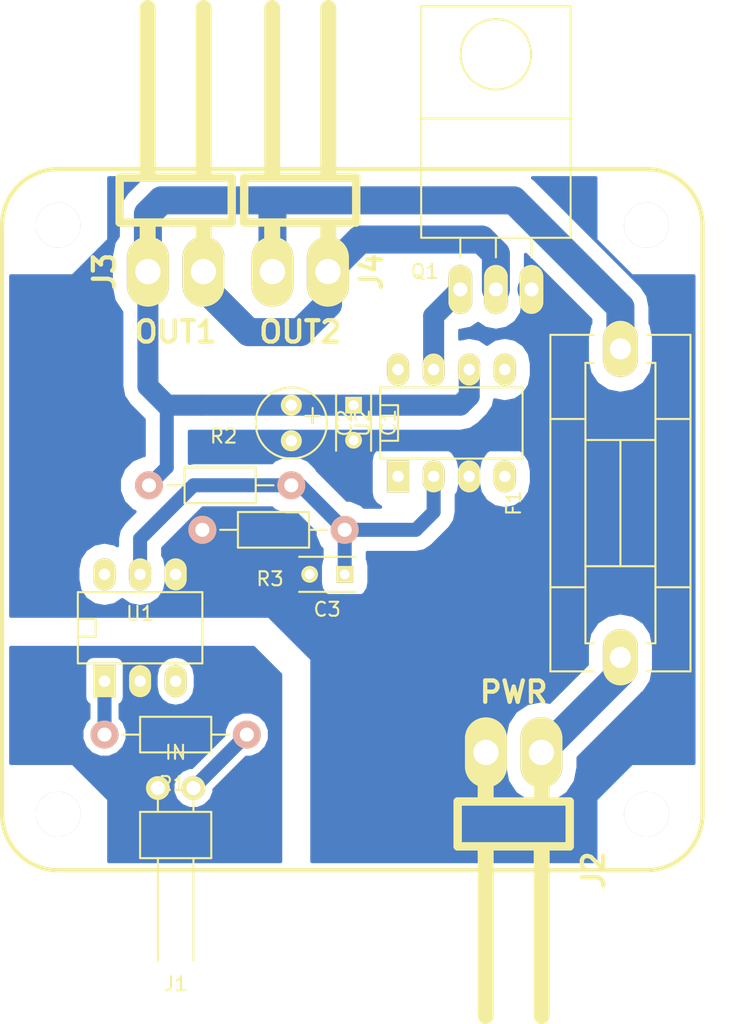
<source format=kicad_pcb>
(kicad_pcb (version 4) (host pcbnew "(after 2015-mar-04 BZR unknown)-product")

  (general
    (links 24)
    (no_connects 0)
    (area 0 0 0 0)
    (thickness 1.6)
    (drawings 0)
    (tracks 66)
    (zones 0)
    (modules 15)
    (nets 11)
  )

  (page A4)
  (layers
    (0 F.Cu signal)
    (31 B.Cu signal)
    (32 B.Adhes user)
    (33 F.Adhes user)
    (34 B.Paste user)
    (35 F.Paste user)
    (36 B.SilkS user)
    (37 F.SilkS user)
    (38 B.Mask user)
    (39 F.Mask user)
    (40 Dwgs.User user)
    (41 Cmts.User user)
    (42 Eco1.User user)
    (43 Eco2.User user)
    (44 Edge.Cuts user)
    (45 Margin user)
    (46 B.CrtYd user)
    (47 F.CrtYd user)
    (48 B.Fab user)
    (49 F.Fab user)
  )

  (setup
    (last_trace_width 1)
    (user_trace_width 0.5)
    (user_trace_width 1)
    (user_trace_width 1.5)
    (user_trace_width 2)
    (trace_clearance 0.2)
    (zone_clearance 0.5)
    (zone_45_only no)
    (trace_min 0.2)
    (segment_width 0.2)
    (edge_width 0.1)
    (via_size 0.6)
    (via_drill 0.4)
    (via_min_size 0.4)
    (via_min_drill 0.3)
    (uvia_size 0.3)
    (uvia_drill 0.1)
    (uvias_allowed no)
    (uvia_min_size 0.2)
    (uvia_min_drill 0.1)
    (pcb_text_width 0.3)
    (pcb_text_size 1.5 1.5)
    (mod_edge_width 0.15)
    (mod_text_size 1 1)
    (mod_text_width 0.15)
    (pad_size 1.5 1.5)
    (pad_drill 0.6)
    (pad_to_mask_clearance 0)
    (aux_axis_origin 0 0)
    (visible_elements 7FFFFFFF)
    (pcbplotparams
      (layerselection 0x00030_80000001)
      (usegerberextensions false)
      (excludeedgelayer true)
      (linewidth 0.100000)
      (plotframeref false)
      (viasonmask false)
      (mode 1)
      (useauxorigin false)
      (hpglpennumber 1)
      (hpglpenspeed 20)
      (hpglpendiameter 15)
      (hpglpenoverlay 2)
      (psnegative false)
      (psa4output false)
      (plotreference true)
      (plotvalue true)
      (plotinvisibletext false)
      (padsonsilk false)
      (subtractmaskfromsilk false)
      (outputformat 1)
      (mirror false)
      (drillshape 1)
      (scaleselection 1)
      (outputdirectory ""))
  )

  (net 0 "")
  (net 1 VCC)
  (net 2 GND)
  (net 3 "Net-(F1-Pad1)")
  (net 4 "Net-(J1-Pad1)")
  (net 5 "Net-(J3-Pad2)")
  (net 6 "Net-(Q1-Pad1)")
  (net 7 "Net-(R1-Pad2)")
  (net 8 "Net-(U1-Pad6)")
  (net 9 AGND)
  (net 10 "Net-(C3-Pad1)")

  (net_class Default "This is the default net class."
    (clearance 0.2)
    (trace_width 0.25)
    (via_dia 0.6)
    (via_drill 0.4)
    (uvia_dia 0.3)
    (uvia_drill 0.1)
    (add_net AGND)
    (add_net GND)
    (add_net "Net-(C3-Pad1)")
    (add_net "Net-(F1-Pad1)")
    (add_net "Net-(J1-Pad1)")
    (add_net "Net-(J3-Pad2)")
    (add_net "Net-(Q1-Pad1)")
    (add_net "Net-(R1-Pad2)")
    (add_net "Net-(U1-Pad6)")
    (add_net VCC)
  )

  (module Capacitors_ThroughHole:C_Rect_L4_W2.5_P2.5 (layer F.Cu) (tedit 0) (tstamp 55614602)
    (at 45.09 36.835 270)
    (descr "Film Capacitor Length 4mm x Width 2.5mm, Pitch 2.5mm")
    (tags Capacitor)
    (path /55602FB1)
    (fp_text reference C1 (at 1.25 -2.5 270) (layer F.SilkS)
      (effects (font (size 1 1) (thickness 0.15)))
    )
    (fp_text value 100nF (at 1.25 2.5 270) (layer F.Fab)
      (effects (font (size 1 1) (thickness 0.15)))
    )
    (fp_line (start -1 -1.5) (end 3.5 -1.5) (layer F.CrtYd) (width 0.05))
    (fp_line (start 3.5 -1.5) (end 3.5 1.5) (layer F.CrtYd) (width 0.05))
    (fp_line (start 3.5 1.5) (end -1 1.5) (layer F.CrtYd) (width 0.05))
    (fp_line (start -1 1.5) (end -1 -1.5) (layer F.CrtYd) (width 0.05))
    (fp_line (start -0.75 -1.25) (end 3.25 -1.25) (layer F.SilkS) (width 0.15))
    (fp_line (start -0.75 1.25) (end 3.25 1.25) (layer F.SilkS) (width 0.15))
    (pad 1 thru_hole rect (at 0 0 270) (size 1.2 1.2) (drill 0.7) (layers *.Cu *.Mask F.SilkS)
      (net 1 VCC))
    (pad 2 thru_hole circle (at 2.5 0 270) (size 1.2 1.2) (drill 0.7) (layers *.Cu *.Mask F.SilkS)
      (net 2 GND))
  )

  (module Capacitors_Elko_ThroughHole:Elko_vert_11x5mm_RM2.5 (layer F.Cu) (tedit 5454A2C2) (tstamp 5561460D)
    (at 40.645 36.835 270)
    (descr "Electrolytic Capacitor, vertical, diameter 5mm, radial, RM 2,5mm")
    (tags "Electrolytic Capacitor, vertical, diameter 5mm, radial, RM 2,5mm, Elko, Electrolytkondensator, Kondensator gepolt, Durchmesser 5mm")
    (path /55602FE1)
    (fp_text reference C2 (at 1.27 -3.81 270) (layer F.SilkS)
      (effects (font (size 1 1) (thickness 0.15)))
    )
    (fp_text value 4,7uF (at 1.27 5.08 270) (layer F.Fab)
      (effects (font (size 1 1) (thickness 0.15)))
    )
    (fp_line (start 0.2032 -1.524) (end 1.27 -1.524) (layer F.Cu) (width 0.15))
    (fp_line (start 0.762 -2.032) (end 0.762 -0.9906) (layer F.Cu) (width 0.15))
    (fp_line (start 1.27 -1.524) (end 0.2032 -1.524) (layer F.SilkS) (width 0.15))
    (fp_line (start 0.762 -2.032) (end 0.762 -0.9906) (layer F.SilkS) (width 0.15))
    (fp_circle (center 1.27 0) (end 3.81 0) (layer F.SilkS) (width 0.15))
    (pad 2 thru_hole circle (at 2.54 0 270) (size 1.50114 1.50114) (drill 0.8001) (layers *.Cu *.Mask F.SilkS)
      (net 2 GND))
    (pad 1 thru_hole circle (at 0 0 270) (size 1.50114 1.50114) (drill 0.8001) (layers *.Cu *.Mask F.SilkS)
      (net 1 VCC))
    (model Capacitors_Elko_ThroughHole.3dshapes/Elko_vert_11x5mm_RM2.5.wrl
      (at (xyz 0 0 0))
      (scale (xyz 1 1 1))
      (rotate (xyz 0 0 0))
    )
  )

  (module Fuse_Holders_and_Fuses:Fuseholder5x20_horiz_SemiClosed_Casing10x25mm (layer F.Cu) (tedit 0) (tstamp 55614613)
    (at 64.14 43.82 90)
    (descr "Fuseholder, 5x20, Semi closed, horizontal, Casing 10x25mm,")
    (tags "Fuseholder, 5x20, Semi closed, horizontal, Casing 10x25mm, Sicherungshalter, halbgeschlossen,")
    (path /55602942)
    (fp_text reference F1 (at 0 -7.62 90) (layer F.SilkS)
      (effects (font (size 1 1) (thickness 0.15)))
    )
    (fp_text value "10A F" (at 1.27 7.62 90) (layer F.Fab)
      (effects (font (size 1 1) (thickness 0.15)))
    )
    (fp_line (start -5.99948 -2.49936) (end -5.99948 -5.00126) (layer F.SilkS) (width 0.15))
    (fp_line (start -5.99948 5.00126) (end -5.99948 2.49936) (layer F.SilkS) (width 0.15))
    (fp_line (start 5.99948 5.00126) (end 5.99948 2.49936) (layer F.SilkS) (width 0.15))
    (fp_line (start 5.99948 -5.00126) (end 5.99948 -2.49936) (layer F.SilkS) (width 0.15))
    (fp_line (start -4.50088 0) (end 4.50088 0) (layer F.SilkS) (width 0.15))
    (fp_line (start -4.50088 -2.49936) (end -4.50088 2.49936) (layer F.SilkS) (width 0.15))
    (fp_line (start 4.50088 -2.49936) (end 4.50088 2.49936) (layer F.SilkS) (width 0.15))
    (fp_line (start 9.99998 -1.89992) (end 9.99998 -2.49936) (layer F.SilkS) (width 0.15))
    (fp_line (start -9.99998 1.89992) (end -9.99998 2.49936) (layer F.SilkS) (width 0.15))
    (fp_line (start -9.99998 2.49936) (end 9.99998 2.49936) (layer F.SilkS) (width 0.15))
    (fp_line (start 9.99998 2.49936) (end 9.99998 1.89992) (layer F.SilkS) (width 0.15))
    (fp_line (start 9.99998 -2.49936) (end -9.99998 -2.49936) (layer F.SilkS) (width 0.15))
    (fp_line (start -9.99998 -2.49936) (end -9.99998 -1.89992) (layer F.SilkS) (width 0.15))
    (fp_line (start 11.99896 -1.89992) (end 11.99896 -5.00126) (layer F.SilkS) (width 0.15))
    (fp_line (start -11.99896 1.89992) (end -11.99896 5.00126) (layer F.SilkS) (width 0.15))
    (fp_line (start -11.99896 5.00126) (end 11.99896 5.00126) (layer F.SilkS) (width 0.15))
    (fp_line (start 11.99896 5.00126) (end 11.99896 1.89992) (layer F.SilkS) (width 0.15))
    (fp_line (start 11.99896 -5.00126) (end -11.99896 -5.00126) (layer F.SilkS) (width 0.15))
    (fp_line (start -11.99896 -5.00126) (end -11.99896 -1.89992) (layer F.SilkS) (width 0.15))
    (pad 2 thru_hole oval (at 11.00074 0) (size 2.49936 4.0005) (drill 1.50114) (layers *.Cu *.Mask F.SilkS)
      (net 1 VCC))
    (pad 1 thru_hole oval (at -11.00074 0) (size 2.49936 4.0005) (drill 1.50114) (layers *.Cu *.Mask F.SilkS)
      (net 3 "Net-(F1-Pad1)"))
  )

  (module suf_connector_ncw:CONN_NCW254-02R (layer F.Cu) (tedit 556144C5) (tstamp 55614621)
    (at 32.39 64.14 180)
    (path /55602373)
    (fp_text reference J1 (at 0 -13.97 180) (layer F.SilkS)
      (effects (font (size 1 1) (thickness 0.15)))
    )
    (fp_text value IN (at 0 2.54 180) (layer F.SilkS)
      (effects (font (size 1 1) (thickness 0.15)))
    )
    (fp_line (start -1.27 -12.3) (end -1.27 -5) (layer F.SilkS) (width 0.15))
    (fp_line (start 1.27 -5) (end 1.27 -12.3) (layer F.SilkS) (width 0.15))
    (fp_line (start -1.27 0) (end -1.27 -1.7) (layer F.SilkS) (width 0.15))
    (fp_line (start 1.27 0) (end 1.27 -1.7) (layer F.SilkS) (width 0.15))
    (fp_line (start -2.54 -5) (end -2.54 -1.7) (layer F.SilkS) (width 0.15))
    (fp_line (start -2.54 -5) (end 2.54 -5) (layer F.SilkS) (width 0.15))
    (fp_line (start 2.54 -5) (end 2.54 -1.7) (layer F.SilkS) (width 0.15))
    (fp_line (start -2.54 -1.7) (end 2.54 -1.7) (layer F.SilkS) (width 0.15))
    (pad 1 thru_hole circle (at -1.27 0 180) (size 1.7 1.7) (drill 1) (layers *.Cu *.Mask F.SilkS)
      (net 4 "Net-(J1-Pad1)"))
    (pad 2 thru_hole circle (at 1.27 0 180) (size 1.7 1.7) (drill 1) (layers *.Cu *.Mask F.SilkS)
      (net 9 AGND))
  )

  (module suf_connector_ncw:CONN_NCW396-02R (layer F.Cu) (tedit 526201E4) (tstamp 5561462F)
    (at 56.52 61.6 180)
    (path /556028B8)
    (fp_text reference J2 (at -5.7 -8.4 270) (layer F.SilkS)
      (effects (font (thickness 0.3048)))
    )
    (fp_text value PWR (at 0 4.3 180) (layer F.SilkS)
      (effects (font (thickness 0.3048)))
    )
    (fp_line (start 2 -7) (end 2 -18.8) (layer F.SilkS) (width 1.14))
    (fp_line (start -2 -7) (end -2 -18.8) (layer F.SilkS) (width 1.14))
    (fp_line (start 2 0) (end 2 -3.2) (layer F.SilkS) (width 1.14))
    (fp_line (start -2 0) (end -2 -3.2) (layer F.SilkS) (width 1.14))
    (fp_line (start -4 -3.5) (end -4 -6.7) (layer F.SilkS) (width 0.6))
    (fp_line (start 4 -3.5) (end 4 -6.7) (layer F.SilkS) (width 0.6))
    (fp_line (start -4.0005 -6.6995) (end 4.0005 -6.6995) (layer F.SilkS) (width 0.6))
    (fp_line (start -4.0005 -3.50126) (end 4.0005 -3.50126) (layer F.SilkS) (width 0.6))
    (pad 1 thru_hole oval (at -1.9812 0 180) (size 2.99974 5.00126) (drill 1.80086) (layers *.Cu *.Mask F.SilkS)
      (net 3 "Net-(F1-Pad1)"))
    (pad 2 thru_hole oval (at 1.9812 0 180) (size 2.99974 5.00126) (drill 1.80086) (layers *.Cu *.Mask F.SilkS)
      (net 2 GND))
  )

  (module suf_connector_ncw:CONN_NCW396-02R (layer F.Cu) (tedit 55653962) (tstamp 5561463D)
    (at 32.39 27.31)
    (path /556091FB)
    (fp_text reference J3 (at -5.08 0 90) (layer F.SilkS)
      (effects (font (thickness 0.3048)))
    )
    (fp_text value OUT1 (at 0 4.3) (layer F.SilkS)
      (effects (font (thickness 0.3048)))
    )
    (fp_line (start 2 -7) (end 2 -18.8) (layer F.SilkS) (width 1.14))
    (fp_line (start -2 -7) (end -2 -18.8) (layer F.SilkS) (width 1.14))
    (fp_line (start 2 0) (end 2 -3.2) (layer F.SilkS) (width 1.14))
    (fp_line (start -2 0) (end -2 -3.2) (layer F.SilkS) (width 1.14))
    (fp_line (start -4 -3.5) (end -4 -6.7) (layer F.SilkS) (width 0.6))
    (fp_line (start 4 -3.5) (end 4 -6.7) (layer F.SilkS) (width 0.6))
    (fp_line (start -4.0005 -6.6995) (end 4.0005 -6.6995) (layer F.SilkS) (width 0.6))
    (fp_line (start -4.0005 -3.50126) (end 4.0005 -3.50126) (layer F.SilkS) (width 0.6))
    (pad 1 thru_hole oval (at -1.9812 0) (size 2.99974 5.00126) (drill 1.80086) (layers *.Cu *.Mask F.SilkS)
      (net 1 VCC))
    (pad 2 thru_hole oval (at 1.9812 0) (size 2.99974 5.00126) (drill 1.80086) (layers *.Cu *.Mask F.SilkS)
      (net 5 "Net-(J3-Pad2)"))
  )

  (module suf_connector_ncw:CONN_NCW396-02R (layer F.Cu) (tedit 5565396B) (tstamp 5561464B)
    (at 41.28 27.31)
    (path /55602865)
    (fp_text reference J4 (at 5.08 0 90) (layer F.SilkS)
      (effects (font (thickness 0.3048)))
    )
    (fp_text value OUT2 (at 0 4.3) (layer F.SilkS)
      (effects (font (thickness 0.3048)))
    )
    (fp_line (start 2 -7) (end 2 -18.8) (layer F.SilkS) (width 1.14))
    (fp_line (start -2 -7) (end -2 -18.8) (layer F.SilkS) (width 1.14))
    (fp_line (start 2 0) (end 2 -3.2) (layer F.SilkS) (width 1.14))
    (fp_line (start -2 0) (end -2 -3.2) (layer F.SilkS) (width 1.14))
    (fp_line (start -4 -3.5) (end -4 -6.7) (layer F.SilkS) (width 0.6))
    (fp_line (start 4 -3.5) (end 4 -6.7) (layer F.SilkS) (width 0.6))
    (fp_line (start -4.0005 -6.6995) (end 4.0005 -6.6995) (layer F.SilkS) (width 0.6))
    (fp_line (start -4.0005 -3.50126) (end 4.0005 -3.50126) (layer F.SilkS) (width 0.6))
    (pad 1 thru_hole oval (at -1.9812 0) (size 2.99974 5.00126) (drill 1.80086) (layers *.Cu *.Mask F.SilkS)
      (net 1 VCC))
    (pad 2 thru_hole oval (at 1.9812 0) (size 2.99974 5.00126) (drill 1.80086) (layers *.Cu *.Mask F.SilkS)
      (net 5 "Net-(J3-Pad2)"))
  )

  (module Transistors_TO-220:TO-220_Neutral123_Horizontal_LargePads (layer F.Cu) (tedit 55653959) (tstamp 55614653)
    (at 55.25 28.58)
    (descr "TO-220, Neutral, Horizontal, Large Pads,")
    (tags "TO-220, Neutral, Horizontal, Large Pads,")
    (path /55602817)
    (fp_text reference Q1 (at -5.08 -1.27) (layer F.SilkS)
      (effects (font (size 1 1) (thickness 0.15)))
    )
    (fp_text value PHP27NQ11T (at -0.20066 4.24942) (layer F.Fab)
      (effects (font (size 1 1) (thickness 0.15)))
    )
    (fp_line (start -2.54 -3.683) (end -2.54 -2.286) (layer F.SilkS) (width 0.15))
    (fp_line (start 0 -3.683) (end 0 -2.286) (layer F.SilkS) (width 0.15))
    (fp_line (start 2.54 -3.683) (end 2.54 -2.286) (layer F.SilkS) (width 0.15))
    (fp_circle (center 0 -16.764) (end 1.778 -14.986) (layer F.SilkS) (width 0.15))
    (fp_line (start 5.334 -12.192) (end 5.334 -20.193) (layer F.SilkS) (width 0.15))
    (fp_line (start 5.334 -20.193) (end -5.334 -20.193) (layer F.SilkS) (width 0.15))
    (fp_line (start -5.334 -20.193) (end -5.334 -12.192) (layer F.SilkS) (width 0.15))
    (fp_line (start 5.334 -3.683) (end 5.334 -12.192) (layer F.SilkS) (width 0.15))
    (fp_line (start 5.334 -12.192) (end -5.334 -12.192) (layer F.SilkS) (width 0.15))
    (fp_line (start -5.334 -12.192) (end -5.334 -3.683) (layer F.SilkS) (width 0.15))
    (fp_line (start 0 -3.683) (end -5.334 -3.683) (layer F.SilkS) (width 0.15))
    (fp_line (start 0 -3.683) (end 5.334 -3.683) (layer F.SilkS) (width 0.15))
    (pad 2 thru_hole oval (at 0 0 90) (size 3.50012 1.69926) (drill 1.00076) (layers *.Cu *.Mask F.SilkS)
      (net 5 "Net-(J3-Pad2)"))
    (pad 1 thru_hole oval (at -2.54 0 90) (size 3.50012 1.69926) (drill 1.00076) (layers *.Cu *.Mask F.SilkS)
      (net 6 "Net-(Q1-Pad1)"))
    (pad 3 thru_hole oval (at 2.54 0 90) (size 3.50012 1.69926) (drill 1.00076) (layers *.Cu *.Mask F.SilkS)
      (net 2 GND))
    (pad "" np_thru_hole circle (at 0 -16.764 90) (size 3.79984 3.79984) (drill 3.79984) (layers *.Cu *.Mask F.SilkS))
    (model Transistors_TO-220.3dshapes/TO-220_Neutral123_Horizontal_LargePads.wrl
      (at (xyz 0 0 0))
      (scale (xyz 0.3937 0.3937 0.3937))
      (rotate (xyz 0 0 0))
    )
  )

  (module Resistors_ThroughHole:Resistor_Horizontal_RM10mm (layer F.Cu) (tedit 53F56209) (tstamp 55614659)
    (at 32.39 60.33 180)
    (descr "Resistor, Axial,  RM 10mm, 1/3W,")
    (tags "Resistor, Axial, RM 10mm, 1/3W,")
    (path /55602300)
    (fp_text reference R1 (at 0.24892 -3.50012 180) (layer F.SilkS)
      (effects (font (size 1 1) (thickness 0.15)))
    )
    (fp_text value 220 (at 3.81 3.81 180) (layer F.Fab)
      (effects (font (size 1 1) (thickness 0.15)))
    )
    (fp_line (start -2.54 -1.27) (end 2.54 -1.27) (layer F.SilkS) (width 0.15))
    (fp_line (start 2.54 -1.27) (end 2.54 1.27) (layer F.SilkS) (width 0.15))
    (fp_line (start 2.54 1.27) (end -2.54 1.27) (layer F.SilkS) (width 0.15))
    (fp_line (start -2.54 1.27) (end -2.54 -1.27) (layer F.SilkS) (width 0.15))
    (fp_line (start -2.54 0) (end -3.81 0) (layer F.SilkS) (width 0.15))
    (fp_line (start 2.54 0) (end 3.81 0) (layer F.SilkS) (width 0.15))
    (pad 1 thru_hole circle (at -5.08 0 180) (size 1.99898 1.99898) (drill 1.00076) (layers *.Cu *.SilkS *.Mask)
      (net 4 "Net-(J1-Pad1)"))
    (pad 2 thru_hole circle (at 5.08 0 180) (size 1.99898 1.99898) (drill 1.00076) (layers *.Cu *.SilkS *.Mask)
      (net 7 "Net-(R1-Pad2)"))
    (model Resistors_ThroughHole.3dshapes/Resistor_Horizontal_RM10mm.wrl
      (at (xyz 0 0 0))
      (scale (xyz 0.4 0.4 0.4))
      (rotate (xyz 0 0 0))
    )
  )

  (module Resistors_ThroughHole:Resistor_Horizontal_RM10mm (layer F.Cu) (tedit 53F56209) (tstamp 5561465F)
    (at 35.565 42.55)
    (descr "Resistor, Axial,  RM 10mm, 1/3W,")
    (tags "Resistor, Axial, RM 10mm, 1/3W,")
    (path /55602243)
    (fp_text reference R2 (at 0.24892 -3.50012) (layer F.SilkS)
      (effects (font (size 1 1) (thickness 0.15)))
    )
    (fp_text value 1K (at 3.81 3.81) (layer F.Fab)
      (effects (font (size 1 1) (thickness 0.15)))
    )
    (fp_line (start -2.54 -1.27) (end 2.54 -1.27) (layer F.SilkS) (width 0.15))
    (fp_line (start 2.54 -1.27) (end 2.54 1.27) (layer F.SilkS) (width 0.15))
    (fp_line (start 2.54 1.27) (end -2.54 1.27) (layer F.SilkS) (width 0.15))
    (fp_line (start -2.54 1.27) (end -2.54 -1.27) (layer F.SilkS) (width 0.15))
    (fp_line (start -2.54 0) (end -3.81 0) (layer F.SilkS) (width 0.15))
    (fp_line (start 2.54 0) (end 3.81 0) (layer F.SilkS) (width 0.15))
    (pad 1 thru_hole circle (at -5.08 0) (size 1.99898 1.99898) (drill 1.00076) (layers *.Cu *.SilkS *.Mask)
      (net 1 VCC))
    (pad 2 thru_hole circle (at 5.08 0) (size 1.99898 1.99898) (drill 1.00076) (layers *.Cu *.SilkS *.Mask)
      (net 10 "Net-(C3-Pad1)"))
    (model Resistors_ThroughHole.3dshapes/Resistor_Horizontal_RM10mm.wrl
      (at (xyz 0 0 0))
      (scale (xyz 0.4 0.4 0.4))
      (rotate (xyz 0 0 0))
    )
  )

  (module Resistors_ThroughHole:Resistor_Horizontal_RM10mm (layer F.Cu) (tedit 53F56209) (tstamp 55614665)
    (at 39.375 45.725 180)
    (descr "Resistor, Axial,  RM 10mm, 1/3W,")
    (tags "Resistor, Axial, RM 10mm, 1/3W,")
    (path /556022B2)
    (fp_text reference R3 (at 0.24892 -3.50012 180) (layer F.SilkS)
      (effects (font (size 1 1) (thickness 0.15)))
    )
    (fp_text value 1K (at 3.81 3.81 180) (layer F.Fab)
      (effects (font (size 1 1) (thickness 0.15)))
    )
    (fp_line (start -2.54 -1.27) (end 2.54 -1.27) (layer F.SilkS) (width 0.15))
    (fp_line (start 2.54 -1.27) (end 2.54 1.27) (layer F.SilkS) (width 0.15))
    (fp_line (start 2.54 1.27) (end -2.54 1.27) (layer F.SilkS) (width 0.15))
    (fp_line (start -2.54 1.27) (end -2.54 -1.27) (layer F.SilkS) (width 0.15))
    (fp_line (start -2.54 0) (end -3.81 0) (layer F.SilkS) (width 0.15))
    (fp_line (start 2.54 0) (end 3.81 0) (layer F.SilkS) (width 0.15))
    (pad 1 thru_hole circle (at -5.08 0 180) (size 1.99898 1.99898) (drill 1.00076) (layers *.Cu *.SilkS *.Mask)
      (net 10 "Net-(C3-Pad1)"))
    (pad 2 thru_hole circle (at 5.08 0 180) (size 1.99898 1.99898) (drill 1.00076) (layers *.Cu *.SilkS *.Mask)
      (net 2 GND))
    (model Resistors_ThroughHole.3dshapes/Resistor_Horizontal_RM10mm.wrl
      (at (xyz 0 0 0))
      (scale (xyz 0.4 0.4 0.4))
      (rotate (xyz 0 0 0))
    )
  )

  (module Housings_DIP:DIP-6__300_ELL (layer F.Cu) (tedit 0) (tstamp 5561466F)
    (at 29.85 52.71)
    (descr "6 pins DIL package, elliptical pads")
    (tags DIL)
    (path /55602188)
    (fp_text reference U1 (at 0 -1.016) (layer F.SilkS)
      (effects (font (size 1 1) (thickness 0.15)))
    )
    (fp_text value 4N25 (at 0 1.27) (layer F.Fab)
      (effects (font (size 1 1) (thickness 0.15)))
    )
    (fp_line (start -4.445 -2.54) (end 4.445 -2.54) (layer F.SilkS) (width 0.15))
    (fp_line (start 4.445 -2.54) (end 4.445 2.54) (layer F.SilkS) (width 0.15))
    (fp_line (start 4.445 2.54) (end -4.445 2.54) (layer F.SilkS) (width 0.15))
    (fp_line (start -4.445 2.54) (end -4.445 -2.54) (layer F.SilkS) (width 0.15))
    (fp_line (start -4.445 -0.635) (end -3.175 -0.635) (layer F.SilkS) (width 0.15))
    (fp_line (start -3.175 -0.635) (end -3.175 0.635) (layer F.SilkS) (width 0.15))
    (fp_line (start -3.175 0.635) (end -4.445 0.635) (layer F.SilkS) (width 0.15))
    (pad 1 thru_hole rect (at -2.54 3.81) (size 1.5748 2.286) (drill 0.8128) (layers *.Cu *.Mask F.SilkS)
      (net 7 "Net-(R1-Pad2)"))
    (pad 2 thru_hole oval (at 0 3.81) (size 1.5748 2.286) (drill 0.8128) (layers *.Cu *.Mask F.SilkS)
      (net 9 AGND))
    (pad 3 thru_hole oval (at 2.54 3.81) (size 1.5748 2.286) (drill 0.8128) (layers *.Cu *.Mask F.SilkS))
    (pad 4 thru_hole oval (at 2.54 -3.81) (size 1.5748 2.286) (drill 0.8128) (layers *.Cu *.Mask F.SilkS)
      (net 2 GND))
    (pad 5 thru_hole oval (at 0 -3.81) (size 1.5748 2.286) (drill 0.8128) (layers *.Cu *.Mask F.SilkS)
      (net 10 "Net-(C3-Pad1)"))
    (pad 6 thru_hole oval (at -2.54 -3.81) (size 1.5748 2.286) (drill 0.8128) (layers *.Cu *.Mask F.SilkS)
      (net 8 "Net-(U1-Pad6)"))
    (model Sockets_DIP.3dshapes/DIP-6__300_ELL.wrl
      (at (xyz 0 0 0))
      (scale (xyz 1 1 1))
      (rotate (xyz 0 0 0))
    )
  )

  (module Housings_DIP:DIP-8__300_ELL (layer F.Cu) (tedit 0) (tstamp 5561467B)
    (at 52.075 38.105)
    (descr "8 pins DIL package, elliptical pads")
    (tags DIL)
    (path /556027B4)
    (fp_text reference U2 (at -6.35 0 90) (layer F.SilkS)
      (effects (font (size 1 1) (thickness 0.15)))
    )
    (fp_text value MC33151 (at 0 0) (layer F.Fab)
      (effects (font (size 1 1) (thickness 0.15)))
    )
    (fp_line (start -5.08 -1.27) (end -3.81 -1.27) (layer F.SilkS) (width 0.15))
    (fp_line (start -3.81 -1.27) (end -3.81 1.27) (layer F.SilkS) (width 0.15))
    (fp_line (start -3.81 1.27) (end -5.08 1.27) (layer F.SilkS) (width 0.15))
    (fp_line (start -5.08 -2.54) (end 5.08 -2.54) (layer F.SilkS) (width 0.15))
    (fp_line (start 5.08 -2.54) (end 5.08 2.54) (layer F.SilkS) (width 0.15))
    (fp_line (start 5.08 2.54) (end -5.08 2.54) (layer F.SilkS) (width 0.15))
    (fp_line (start -5.08 2.54) (end -5.08 -2.54) (layer F.SilkS) (width 0.15))
    (pad 1 thru_hole rect (at -3.81 3.81) (size 1.5748 2.286) (drill 0.8128) (layers *.Cu *.Mask F.SilkS))
    (pad 2 thru_hole oval (at -1.27 3.81) (size 1.5748 2.286) (drill 0.8128) (layers *.Cu *.Mask F.SilkS)
      (net 10 "Net-(C3-Pad1)"))
    (pad 3 thru_hole oval (at 1.27 3.81) (size 1.5748 2.286) (drill 0.8128) (layers *.Cu *.Mask F.SilkS)
      (net 2 GND))
    (pad 4 thru_hole oval (at 3.81 3.81) (size 1.5748 2.286) (drill 0.8128) (layers *.Cu *.Mask F.SilkS))
    (pad 5 thru_hole oval (at 3.81 -3.81) (size 1.5748 2.286) (drill 0.8128) (layers *.Cu *.Mask F.SilkS))
    (pad 6 thru_hole oval (at 1.27 -3.81) (size 1.5748 2.286) (drill 0.8128) (layers *.Cu *.Mask F.SilkS)
      (net 1 VCC))
    (pad 7 thru_hole oval (at -1.27 -3.81) (size 1.5748 2.286) (drill 0.8128) (layers *.Cu *.Mask F.SilkS)
      (net 6 "Net-(Q1-Pad1)"))
    (pad 8 thru_hole oval (at -3.81 -3.81) (size 1.5748 2.286) (drill 0.8128) (layers *.Cu *.Mask F.SilkS))
    (model Sockets_DIP.3dshapes/DIP-8__300_ELL.wrl
      (at (xyz 0 0 0))
      (scale (xyz 1 1 1))
      (rotate (xyz 0 0 0))
    )
  )

  (module SOB:DP5050 (layer F.Cu) (tedit 55653973) (tstamp 556146D8)
    (at 45 45)
    (fp_text reference DP5050 (at 0 0) (layer F.SilkS) hide
      (effects (font (thickness 0.3048)))
    )
    (fp_text value " " (at 0 0) (layer F.SilkS) hide
      (effects (font (thickness 0.3048)))
    )
    (fp_line (start -25.00122 21.00072) (end -25.00122 -21.00072) (layer F.SilkS) (width 0.29972))
    (fp_line (start 25.00122 -21.00072) (end 25.00122 21.00072) (layer F.SilkS) (width 0.29972))
    (fp_line (start 21.00072 -24.99868) (end -21.00072 -24.99868) (layer F.SilkS) (width 0.29972))
    (fp_line (start 21.00072 24.99868) (end -21.00072 24.99868) (layer F.SilkS) (width 0.29972))
    (fp_arc (start -21.00072 21.00072) (end -21.00072 25.00122) (angle 90) (layer F.SilkS) (width 0.29972))
    (fp_arc (start 21.00072 21.00072) (end 25.00122 21.00072) (angle 90) (layer F.SilkS) (width 0.29972))
    (fp_arc (start 21.00072 -21.00072) (end 21.00072 -25.00122) (angle 90) (layer F.SilkS) (width 0.29972))
    (fp_arc (start -21.00072 -21.00072) (end -25.00122 -21.00072) (angle 90) (layer F.SilkS) (width 0.29972))
    (pad "" thru_hole circle (at 21.00072 -21.00072) (size 3.2004 3.2004) (drill 3.2004) (layers *.Cu *.Mask F.SilkS)
      (clearance 1.39954))
    (pad "" thru_hole circle (at 21.00072 21.00072) (size 3.2004 3.2004) (drill 3.2004) (layers *.Cu *.Mask F.SilkS)
      (clearance 1.39954))
    (pad "" thru_hole circle (at -21.00072 21.00072) (size 3.2004 3.2004) (drill 3.2004) (layers *.Cu *.Mask F.SilkS)
      (clearance 1.39954))
    (pad "" thru_hole circle (at -21.00072 -21.00072) (size 3.2004 3.2004) (drill 3.2004) (layers *.Cu *.Mask F.SilkS)
      (clearance 1.39954))
  )

  (module Capacitors_ThroughHole:C_Rect_L4_W2.5_P2.5 (layer F.Cu) (tedit 0) (tstamp 5564E0D5)
    (at 44.455 48.9 180)
    (descr "Film Capacitor Length 4mm x Width 2.5mm, Pitch 2.5mm")
    (tags Capacitor)
    (path /5564E061)
    (fp_text reference C3 (at 1.25 -2.5 180) (layer F.SilkS)
      (effects (font (size 1 1) (thickness 0.15)))
    )
    (fp_text value 100pF (at 1.25 2.5 180) (layer F.Fab)
      (effects (font (size 1 1) (thickness 0.15)))
    )
    (fp_line (start -1 -1.5) (end 3.5 -1.5) (layer F.CrtYd) (width 0.05))
    (fp_line (start 3.5 -1.5) (end 3.5 1.5) (layer F.CrtYd) (width 0.05))
    (fp_line (start 3.5 1.5) (end -1 1.5) (layer F.CrtYd) (width 0.05))
    (fp_line (start -1 1.5) (end -1 -1.5) (layer F.CrtYd) (width 0.05))
    (fp_line (start -0.75 -1.25) (end 3.25 -1.25) (layer F.SilkS) (width 0.15))
    (fp_line (start -0.75 1.25) (end 3.25 1.25) (layer F.SilkS) (width 0.15))
    (pad 1 thru_hole rect (at 0 0 180) (size 1.2 1.2) (drill 0.7) (layers *.Cu *.Mask F.SilkS)
      (net 10 "Net-(C3-Pad1)"))
    (pad 2 thru_hole circle (at 2.5 0 180) (size 1.2 1.2) (drill 0.7) (layers *.Cu *.Mask F.SilkS)
      (net 2 GND))
  )

  (segment (start 30.485 42.55) (end 31.755 41.28) (width 1) (layer B.Cu) (net 1))
  (segment (start 31.755 41.28) (end 31.755 36.835) (width 1) (layer B.Cu) (net 1) (tstamp 5564E15E))
  (segment (start 64.14 29.85) (end 56.52 22.23) (width 2) (layer B.Cu) (net 1) (tstamp 556149E3))
  (segment (start 56.52 22.23) (end 39.248 22.23) (width 2) (layer B.Cu) (net 1) (tstamp 556149F5))
  (segment (start 31.374 22.23) (end 30.4088 23.1952) (width 2) (layer B.Cu) (net 1) (tstamp 556149F8))
  (segment (start 39.248 22.23) (end 31.374 22.23) (width 2) (layer B.Cu) (net 1) (tstamp 55614A15))
  (segment (start 30.4088 23.1952) (end 30.4088 27.31) (width 2) (layer B.Cu) (net 1) (tstamp 55614A0A))
  (segment (start 64.14 32.81926) (end 64.14 29.85) (width 2) (layer B.Cu) (net 1))
  (segment (start 39.2988 22.23) (end 39.248 22.2808) (width 2) (layer B.Cu) (net 1) (tstamp 55614A0F))
  (segment (start 39.248 22.2808) (end 39.248 22.484) (width 2) (layer B.Cu) (net 1) (tstamp 55614A13))
  (segment (start 39.248 22.484) (end 39.248 22.23) (width 2) (layer B.Cu) (net 1) (tstamp 55614A14))
  (segment (start 39.2988 27.31) (end 39.2988 22.23) (width 2) (layer B.Cu) (net 1))
  (segment (start 53.345 36.2) (end 52.71 36.835) (width 1.5) (layer B.Cu) (net 1) (tstamp 55614BB9))
  (segment (start 52.71 36.835) (end 45.09 36.835) (width 1.5) (layer B.Cu) (net 1) (tstamp 55614BBC))
  (segment (start 53.345 34.295) (end 53.345 36.2) (width 1.5) (layer B.Cu) (net 1))
  (segment (start 45.09 36.835) (end 40.645 36.835) (width 1.5) (layer B.Cu) (net 1))
  (segment (start 31.755 36.835) (end 30.4088 35.4888) (width 1.5) (layer B.Cu) (net 1) (tstamp 55614BC7))
  (segment (start 30.4088 33.025) (end 30.4088 27.31) (width 1.5) (layer B.Cu) (net 1) (tstamp 55614C4E))
  (segment (start 30.4088 35.4888) (end 30.4088 33.025) (width 1.5) (layer B.Cu) (net 1) (tstamp 55614BCD))
  (segment (start 40.645 36.835) (end 34.295 36.835) (width 1.5) (layer B.Cu) (net 1))
  (segment (start 34.295 36.835) (end 31.755 36.835) (width 1.5) (layer B.Cu) (net 1) (tstamp 5564D476))
  (segment (start 41.955 48.9) (end 41.955 50.805) (width 1) (layer B.Cu) (net 2))
  (segment (start 41.955 50.805) (end 41.915 50.805) (width 1) (layer B.Cu) (net 2) (tstamp 5564E1DF))
  (segment (start 32.39 48.9) (end 34.295 46.995) (width 1) (layer B.Cu) (net 2))
  (segment (start 34.295 46.995) (end 34.295 45.725) (width 1) (layer B.Cu) (net 2) (tstamp 5564E1AB))
  (segment (start 53.345 41.915) (end 53.345 50.17) (width 1) (layer B.Cu) (net 2))
  (segment (start 34.295 50.805) (end 32.39 48.9) (width 1) (layer B.Cu) (net 2) (tstamp 5564E1A5))
  (segment (start 52.71 50.805) (end 41.915 50.805) (width 1) (layer B.Cu) (net 2) (tstamp 5564E197))
  (segment (start 41.915 50.805) (end 34.295 50.805) (width 1) (layer B.Cu) (net 2) (tstamp 5564E1E2))
  (segment (start 53.345 50.17) (end 52.71 50.805) (width 1) (layer B.Cu) (net 2) (tstamp 5564E194))
  (segment (start 59.695 39.375) (end 59.695 53.345) (width 2) (layer B.Cu) (net 2) (tstamp 55614BE1))
  (segment (start 59.695 30.485) (end 59.695 39.375) (width 2) (layer B.Cu) (net 2) (tstamp 55614B76))
  (segment (start 59.695 53.345) (end 54.5388 58.5012) (width 2) (layer B.Cu) (net 2) (tstamp 55614B7B))
  (segment (start 54.5388 58.5012) (end 54.5388 61.6) (width 2) (layer B.Cu) (net 2) (tstamp 55614B82))
  (segment (start 57.79 28.58) (end 59.695 30.485) (width 2) (layer B.Cu) (net 2))
  (segment (start 53.345 39.375) (end 59.695 39.375) (width 1.5) (layer B.Cu) (net 2) (tstamp 55614C36))
  (segment (start 45.05 39.375) (end 53.345 39.375) (width 1.5) (layer B.Cu) (net 2) (tstamp 55614BD8))
  (segment (start 40.645 39.375) (end 45.05 39.375) (width 1.5) (layer B.Cu) (net 2))
  (segment (start 53.345 41.915) (end 53.345 39.375) (width 1.5) (layer B.Cu) (net 2))
  (segment (start 64.14 55.9612) (end 64.14 54.82074) (width 2) (layer B.Cu) (net 3) (tstamp 55614AD3))
  (segment (start 58.5012 61.6) (end 64.14 55.9612) (width 2) (layer B.Cu) (net 3))
  (segment (start 33.66 64.14) (end 37.47 60.33) (width 1) (layer B.Cu) (net 4))
  (segment (start 55.25 26.04) (end 54.234 25.024) (width 2) (layer B.Cu) (net 5) (tstamp 55614A2E))
  (segment (start 54.234 25.024) (end 45.5472 25.024) (width 2) (layer B.Cu) (net 5) (tstamp 55614A3A))
  (segment (start 45.5472 25.024) (end 43.2612 27.31) (width 2) (layer B.Cu) (net 5) (tstamp 55614A3C))
  (segment (start 55.25 28.58) (end 55.25 26.04) (width 2) (layer B.Cu) (net 5))
  (segment (start 34.3712 28.1482) (end 34.3712 27.31) (width 2) (layer B.Cu) (net 5) (tstamp 55614A51))
  (segment (start 34.3712 28.4022) (end 34.3712 27.31) (width 2) (layer B.Cu) (net 5) (tstamp 55614AC1))
  (segment (start 41.28 31.628) (end 37.597 31.628) (width 2) (layer B.Cu) (net 5) (tstamp 55614AB4))
  (segment (start 37.597 31.628) (end 34.3712 28.4022) (width 2) (layer B.Cu) (net 5) (tstamp 55614AB8))
  (segment (start 43.2612 29.6468) (end 41.28 31.628) (width 2) (layer B.Cu) (net 5) (tstamp 55614AB0))
  (segment (start 43.2612 27.31) (end 43.2612 29.6468) (width 2) (layer B.Cu) (net 5))
  (segment (start 50.805 30.485) (end 52.71 28.58) (width 1.5) (layer B.Cu) (net 6) (tstamp 55614CD9))
  (segment (start 50.805 34.295) (end 50.805 30.485) (width 1.5) (layer B.Cu) (net 6))
  (segment (start 27.31 56.52) (end 27.31 60.33) (width 1) (layer B.Cu) (net 7))
  (segment (start 29.85 62.87) (end 31.12 64.14) (width 1) (layer B.Cu) (net 9) (tstamp 55614CBB))
  (segment (start 29.85 56.52) (end 29.85 62.87) (width 1) (layer B.Cu) (net 9))
  (segment (start 44.455 45.725) (end 44.455 48.9) (width 1) (layer B.Cu) (net 10))
  (segment (start 40.645 42.55) (end 41.28 42.55) (width 1) (layer B.Cu) (net 10))
  (segment (start 41.28 42.55) (end 44.455 45.725) (width 1) (layer B.Cu) (net 10) (tstamp 5564E1D8))
  (segment (start 50.805 41.915) (end 50.805 44.455) (width 1) (layer B.Cu) (net 10))
  (segment (start 49.535 45.725) (end 44.455 45.725) (width 1) (layer B.Cu) (net 10) (tstamp 5564E1D4))
  (segment (start 50.805 44.455) (end 49.535 45.725) (width 1) (layer B.Cu) (net 10) (tstamp 5564E1CC))
  (segment (start 29.85 48.9) (end 29.85 46.36) (width 1) (layer B.Cu) (net 10))
  (segment (start 33.66 42.55) (end 40.645 42.55) (width 1) (layer B.Cu) (net 10) (tstamp 5564E1BA))
  (segment (start 29.85 46.36) (end 33.66 42.55) (width 1) (layer B.Cu) (net 10) (tstamp 5564E1B6))

  (zone (net 2) (net_name GND) (layer B.Cu) (tstamp 55614D0F) (hatch edge 0.508)
    (connect_pads yes (clearance 1))
    (min_thickness 0.254)
    (fill yes (arc_segments 16) (thermal_gap 0.508) (thermal_bridge_width 1))
    (polygon
      (pts
        (xy 69.5 62.5) (xy 65 62.5) (xy 62.5 65) (xy 62.5 69.5) (xy 42 69.5)
        (xy 42 55) (xy 39 52) (xy 20.5 52) (xy 20.5 27.5) (xy 25 27.5)
        (xy 27.5 25) (xy 27.5 20.5) (xy 62.5 20.5) (xy 62.5 25) (xy 65 27.5)
        (xy 69.5 27.5)
      )
    )
    (filled_polygon
      (pts
        (xy 69.373 62.373) (xy 66.51668 62.373) (xy 66.51668 55.632576) (xy 66.51668 54.008904) (xy 66.335766 53.099388)
        (xy 65.820567 52.328337) (xy 65.049516 51.813138) (xy 64.14 51.632224) (xy 63.230484 51.813138) (xy 62.459433 52.328337)
        (xy 61.944234 53.099388) (xy 61.76332 54.008904) (xy 61.76332 55.329848) (xy 59.077277 58.01589) (xy 58.5012 57.901301)
        (xy 57.7994 58.040897) (xy 57.7994 42.315072) (xy 57.7994 41.514928) (xy 57.653675 40.782319) (xy 57.238685 40.161243)
        (xy 56.617609 39.746253) (xy 55.885 39.600528) (xy 55.152391 39.746253) (xy 54.531315 40.161243) (xy 54.116325 40.782319)
        (xy 53.9706 41.514928) (xy 53.9706 42.315072) (xy 54.116325 43.047681) (xy 54.531315 43.668757) (xy 55.152391 44.083747)
        (xy 55.885 44.229472) (xy 56.617609 44.083747) (xy 57.238685 43.668757) (xy 57.653675 43.047681) (xy 57.7994 42.315072)
        (xy 57.7994 58.040897) (xy 57.49594 58.10126) (xy 56.643722 58.670693) (xy 56.074289 59.522911) (xy 55.87433 60.528171)
        (xy 55.87433 62.671829) (xy 56.074289 63.677089) (xy 56.643722 64.529307) (xy 57.49594 65.09874) (xy 58.5012 65.298699)
        (xy 59.50646 65.09874) (xy 60.358678 64.529307) (xy 60.928111 63.677089) (xy 61.12807 62.671829) (xy 61.12807 61.981162)
        (xy 65.644016 57.465216) (xy 65.685185 57.403602) (xy 65.820567 57.313143) (xy 66.335766 56.542092) (xy 66.51668 55.632576)
        (xy 66.51668 62.373) (xy 64.947395 62.373) (xy 62.373 64.947395) (xy 62.373 69.373) (xy 42.127 69.373)
        (xy 42.127 54.947395) (xy 39.052605 51.873) (xy 20.627 51.873) (xy 20.627 27.627) (xy 25.052605 27.627)
        (xy 27.627 25.052605) (xy 27.627 20.627) (xy 30.018123 20.627) (xy 29.869984 20.725984) (xy 28.904784 21.691184)
        (xy 28.443708 22.381232) (xy 28.2818 23.1952) (xy 28.2818 24.784061) (xy 27.981889 25.232911) (xy 27.78193 26.238171)
        (xy 27.78193 28.381829) (xy 27.981889 29.387089) (xy 28.5318 30.21009) (xy 28.5318 33.025) (xy 28.5318 35.4888)
        (xy 28.674678 36.207097) (xy 29.081561 36.816039) (xy 30.128 37.862478) (xy 30.128 40.423197) (xy 30.063871 40.423142)
        (xy 29.282014 40.746199) (xy 28.683301 41.343868) (xy 28.35888 42.125159) (xy 28.358142 42.971129) (xy 28.681199 43.752986)
        (xy 29.278868 44.351699) (xy 29.475659 44.433414) (xy 28.699537 45.209537) (xy 28.346848 45.737374) (xy 28.223 46.36)
        (xy 28.223 46.851786) (xy 28.042609 46.731253) (xy 27.31 46.585528) (xy 26.577391 46.731253) (xy 25.956315 47.146243)
        (xy 25.541325 47.767319) (xy 25.3956 48.499928) (xy 25.3956 49.300072) (xy 25.541325 50.032681) (xy 25.956315 50.653757)
        (xy 26.577391 51.068747) (xy 27.31 51.214472) (xy 28.042609 51.068747) (xy 28.58 50.709673) (xy 29.117391 51.068747)
        (xy 29.85 51.214472) (xy 30.582609 51.068747) (xy 31.203685 50.653757) (xy 31.618675 50.032681) (xy 31.7644 49.300072)
        (xy 31.7644 48.499928) (xy 31.618675 47.767319) (xy 31.477 47.555287) (xy 31.477 47.033926) (xy 34.333926 44.177)
        (xy 39.264473 44.177) (xy 39.438868 44.351699) (xy 40.220159 44.67612) (xy 41.066129 44.676858) (xy 41.094294 44.66522)
        (xy 42.328357 45.899283) (xy 42.328142 46.146129) (xy 42.651199 46.927986) (xy 42.828 47.105095) (xy 42.828 47.807714)
        (xy 42.794774 47.856938) (xy 42.705921 48.3) (xy 42.705921 49.5) (xy 42.789297 49.929721) (xy 43.037395 50.307407)
        (xy 43.411938 50.560226) (xy 43.855 50.649079) (xy 45.055 50.649079) (xy 45.484721 50.565703) (xy 45.862407 50.317605)
        (xy 46.115226 49.943062) (xy 46.204079 49.5) (xy 46.204079 48.3) (xy 46.120703 47.870279) (xy 46.082 47.81136)
        (xy 46.082 47.352) (xy 49.535 47.352) (xy 50.157626 47.228152) (xy 50.685463 46.875463) (xy 51.955463 45.605463)
        (xy 52.308152 45.077626) (xy 52.432 44.455) (xy 52.432 43.259712) (xy 52.573675 43.047681) (xy 52.7194 42.315072)
        (xy 52.7194 41.514928) (xy 52.573675 40.782319) (xy 52.158685 40.161243) (xy 51.537609 39.746253) (xy 50.805 39.600528)
        (xy 50.072391 39.746253) (xy 49.808129 39.922826) (xy 49.495462 39.711774) (xy 49.0524 39.622921) (xy 47.4776 39.622921)
        (xy 47.047879 39.706297) (xy 46.670193 39.954395) (xy 46.417374 40.328938) (xy 46.328521 40.772) (xy 46.328521 43.058)
        (xy 46.411897 43.487721) (xy 46.659995 43.865407) (xy 47.004573 44.098) (xy 45.835526 44.098) (xy 45.661132 43.923301)
        (xy 44.879841 43.59888) (xy 44.629587 43.598661) (xy 42.498696 41.46777) (xy 42.448801 41.347014) (xy 41.851132 40.748301)
        (xy 41.069841 40.42388) (xy 40.223871 40.423142) (xy 39.442014 40.746199) (xy 39.264904 40.923) (xy 33.660005 40.923)
        (xy 33.66 40.922999) (xy 33.382 40.978297) (xy 33.382 38.712) (xy 34.295 38.712) (xy 40.269302 38.712)
        (xy 40.26989 38.712244) (xy 41.016833 38.712895) (xy 41.018999 38.712) (xy 45.09 38.712) (xy 52.71 38.712)
        (xy 52.71 38.711999) (xy 53.428297 38.569122) (xy 54.037239 38.162239) (xy 54.672239 37.527239) (xy 54.67224 37.527239)
        (xy 54.916147 37.162204) (xy 55.079122 36.918297) (xy 55.079122 36.918296) (xy 55.168884 36.467027) (xy 55.885 36.609472)
        (xy 56.617609 36.463747) (xy 57.238685 36.048757) (xy 57.653675 35.427681) (xy 57.7994 34.695072) (xy 57.7994 33.894928)
        (xy 57.653675 33.162319) (xy 57.238685 32.541243) (xy 56.617609 32.126253) (xy 55.885 31.980528) (xy 55.152391 32.126253)
        (xy 54.615 32.485326) (xy 54.077609 32.126253) (xy 53.345 31.980528) (xy 52.682 32.112406) (xy 52.682 31.507855)
        (xy 52.71 31.513425) (xy 53.466424 31.362963) (xy 53.98 31.019801) (xy 54.493576 31.362963) (xy 55.25 31.513425)
        (xy 56.006424 31.362963) (xy 56.647688 30.934483) (xy 57.076168 30.293219) (xy 57.22663 29.536795) (xy 57.22663 29.335962)
        (xy 57.377 28.58) (xy 57.377 26.095032) (xy 62.013 30.731032) (xy 62.013 30.994992) (xy 61.944234 31.097908)
        (xy 61.76332 32.007424) (xy 61.76332 33.631096) (xy 61.944234 34.540612) (xy 62.459433 35.311663) (xy 63.230484 35.826862)
        (xy 64.14 36.007776) (xy 65.049516 35.826862) (xy 65.820567 35.311663) (xy 66.335766 34.540612) (xy 66.51668 33.631096)
        (xy 66.51668 32.007424) (xy 66.335766 31.097908) (xy 66.267 30.994992) (xy 66.267 29.85) (xy 66.105092 29.036032)
        (xy 65.644016 28.345984) (xy 58.024016 20.725984) (xy 57.875876 20.627) (xy 62.373 20.627) (xy 62.373 25.052605)
        (xy 64.947395 27.627) (xy 69.373 27.627) (xy 69.373 62.373)
      )
    )
  )
  (zone (net 9) (net_name AGND) (layer B.Cu) (tstamp 55614E78) (hatch edge 0.508)
    (connect_pads yes (clearance 0.5))
    (min_thickness 0.254)
    (fill yes (arc_segments 16) (thermal_gap 0.508) (thermal_bridge_width 1))
    (polygon
      (pts
        (xy 40 69.5) (xy 27.5 69.5) (xy 27.5 65) (xy 25 62.5) (xy 20.5 62.5)
        (xy 20.5 54) (xy 38 54) (xy 40 56)
      )
    )
    (filled_polygon
      (pts
        (xy 39.873 69.373) (xy 39.096772 69.373) (xy 39.096772 60.00789) (xy 38.849675 59.409871) (xy 38.392536 58.951933)
        (xy 37.794948 58.703793) (xy 37.14789 58.703228) (xy 36.549871 58.950325) (xy 36.091933 59.407464) (xy 35.843793 60.005052)
        (xy 35.84348 60.3627) (xy 33.8044 62.40178) (xy 33.8044 56.910276) (xy 33.8044 56.129724) (xy 33.696735 55.588457)
        (xy 33.390132 55.129592) (xy 32.931267 54.822989) (xy 32.39 54.715324) (xy 31.848733 54.822989) (xy 31.389868 55.129592)
        (xy 31.083265 55.588457) (xy 30.9756 56.129724) (xy 30.9756 56.910276) (xy 31.083265 57.451543) (xy 31.389868 57.910408)
        (xy 31.848733 58.217011) (xy 32.39 58.324676) (xy 32.931267 58.217011) (xy 33.390132 57.910408) (xy 33.696735 57.451543)
        (xy 33.8044 56.910276) (xy 33.8044 62.40178) (xy 33.543284 62.662897) (xy 33.367495 62.662744) (xy 32.82444 62.88713)
        (xy 32.408591 63.302254) (xy 32.183257 63.844918) (xy 32.182744 64.432505) (xy 32.40713 64.97556) (xy 32.822254 65.391409)
        (xy 33.364918 65.616743) (xy 33.952505 65.617256) (xy 34.49556 65.39287) (xy 34.911409 64.977746) (xy 35.136743 64.435082)
        (xy 35.136898 64.256919) (xy 37.437356 61.956462) (xy 37.79211 61.956772) (xy 38.390129 61.709675) (xy 38.848067 61.252536)
        (xy 39.096207 60.654948) (xy 39.096772 60.00789) (xy 39.096772 69.373) (xy 28.936772 69.373) (xy 28.936772 60.00789)
        (xy 28.689675 59.409871) (xy 28.437 59.156754) (xy 28.437 58.189862) (xy 28.546596 58.11787) (xy 28.687251 57.909495)
        (xy 28.736684 57.663) (xy 28.736684 55.377) (xy 28.690298 55.137927) (xy 28.55227 54.927804) (xy 28.343895 54.787149)
        (xy 28.0974 54.737716) (xy 26.5226 54.737716) (xy 26.283527 54.784102) (xy 26.073404 54.92213) (xy 25.932749 55.130505)
        (xy 25.883316 55.377) (xy 25.883316 57.663) (xy 25.929702 57.902073) (xy 26.06773 58.112196) (xy 26.183 58.190004)
        (xy 26.183 59.156835) (xy 25.931933 59.407464) (xy 25.683793 60.005052) (xy 25.683228 60.65211) (xy 25.930325 61.250129)
        (xy 26.387464 61.708067) (xy 26.985052 61.956207) (xy 27.63211 61.956772) (xy 28.230129 61.709675) (xy 28.688067 61.252536)
        (xy 28.936207 60.654948) (xy 28.936772 60.00789) (xy 28.936772 69.373) (xy 27.627 69.373) (xy 27.627 64.947395)
        (xy 25.052605 62.373) (xy 20.627 62.373) (xy 20.627 54.127) (xy 37.947395 54.127) (xy 39.873 56.052605)
        (xy 39.873 69.373)
      )
    )
  )
)

</source>
